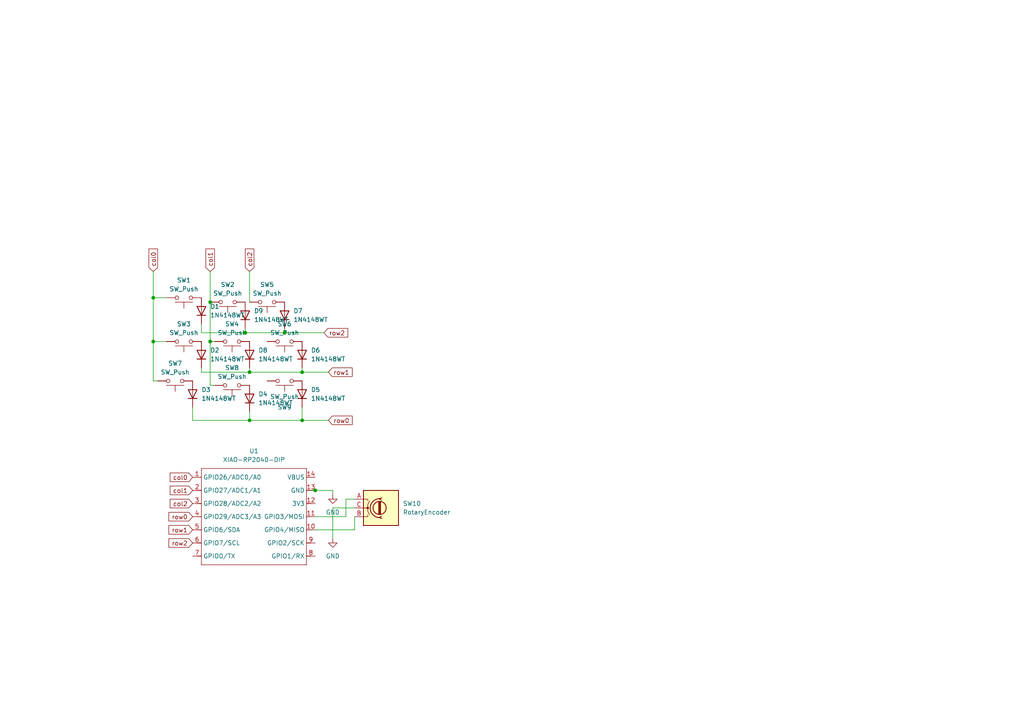
<source format=kicad_sch>
(kicad_sch
	(version 20250114)
	(generator "eeschema")
	(generator_version "9.0")
	(uuid "237f888d-1a6a-4647-80d9-e78d3844b6ce")
	(paper "A4")
	(lib_symbols
		(symbol "Device:RotaryEncoder"
			(pin_names
				(offset 0.254)
				(hide yes)
			)
			(exclude_from_sim no)
			(in_bom yes)
			(on_board yes)
			(property "Reference" "SW"
				(at 0 6.604 0)
				(effects
					(font
						(size 1.27 1.27)
					)
				)
			)
			(property "Value" "RotaryEncoder"
				(at 0 -6.604 0)
				(effects
					(font
						(size 1.27 1.27)
					)
				)
			)
			(property "Footprint" ""
				(at -3.81 4.064 0)
				(effects
					(font
						(size 1.27 1.27)
					)
					(hide yes)
				)
			)
			(property "Datasheet" "~"
				(at 0 6.604 0)
				(effects
					(font
						(size 1.27 1.27)
					)
					(hide yes)
				)
			)
			(property "Description" "Rotary encoder, dual channel, incremental quadrate outputs"
				(at 0 0 0)
				(effects
					(font
						(size 1.27 1.27)
					)
					(hide yes)
				)
			)
			(property "ki_keywords" "rotary switch encoder"
				(at 0 0 0)
				(effects
					(font
						(size 1.27 1.27)
					)
					(hide yes)
				)
			)
			(property "ki_fp_filters" "RotaryEncoder*"
				(at 0 0 0)
				(effects
					(font
						(size 1.27 1.27)
					)
					(hide yes)
				)
			)
			(symbol "RotaryEncoder_0_1"
				(rectangle
					(start -5.08 5.08)
					(end 5.08 -5.08)
					(stroke
						(width 0.254)
						(type default)
					)
					(fill
						(type background)
					)
				)
				(polyline
					(pts
						(xy -5.08 2.54) (xy -3.81 2.54) (xy -3.81 2.032)
					)
					(stroke
						(width 0)
						(type default)
					)
					(fill
						(type none)
					)
				)
				(polyline
					(pts
						(xy -5.08 0) (xy -3.81 0) (xy -3.81 -1.016) (xy -3.302 -2.032)
					)
					(stroke
						(width 0)
						(type default)
					)
					(fill
						(type none)
					)
				)
				(polyline
					(pts
						(xy -5.08 -2.54) (xy -3.81 -2.54) (xy -3.81 -2.032)
					)
					(stroke
						(width 0)
						(type default)
					)
					(fill
						(type none)
					)
				)
				(polyline
					(pts
						(xy -4.318 0) (xy -3.81 0) (xy -3.81 1.016) (xy -3.302 2.032)
					)
					(stroke
						(width 0)
						(type default)
					)
					(fill
						(type none)
					)
				)
				(circle
					(center -3.81 0)
					(radius 0.254)
					(stroke
						(width 0)
						(type default)
					)
					(fill
						(type outline)
					)
				)
				(polyline
					(pts
						(xy -0.635 -1.778) (xy -0.635 1.778)
					)
					(stroke
						(width 0.254)
						(type default)
					)
					(fill
						(type none)
					)
				)
				(circle
					(center -0.381 0)
					(radius 1.905)
					(stroke
						(width 0.254)
						(type default)
					)
					(fill
						(type none)
					)
				)
				(polyline
					(pts
						(xy -0.381 -1.778) (xy -0.381 1.778)
					)
					(stroke
						(width 0.254)
						(type default)
					)
					(fill
						(type none)
					)
				)
				(arc
					(start -0.381 -2.794)
					(mid -3.0988 -0.0635)
					(end -0.381 2.667)
					(stroke
						(width 0.254)
						(type default)
					)
					(fill
						(type none)
					)
				)
				(polyline
					(pts
						(xy -0.127 1.778) (xy -0.127 -1.778)
					)
					(stroke
						(width 0.254)
						(type default)
					)
					(fill
						(type none)
					)
				)
				(polyline
					(pts
						(xy 0.254 2.921) (xy -0.508 2.667) (xy 0.127 2.286)
					)
					(stroke
						(width 0.254)
						(type default)
					)
					(fill
						(type none)
					)
				)
				(polyline
					(pts
						(xy 0.254 -3.048) (xy -0.508 -2.794) (xy 0.127 -2.413)
					)
					(stroke
						(width 0.254)
						(type default)
					)
					(fill
						(type none)
					)
				)
			)
			(symbol "RotaryEncoder_1_1"
				(pin passive line
					(at -7.62 2.54 0)
					(length 2.54)
					(name "A"
						(effects
							(font
								(size 1.27 1.27)
							)
						)
					)
					(number "A"
						(effects
							(font
								(size 1.27 1.27)
							)
						)
					)
				)
				(pin passive line
					(at -7.62 0 0)
					(length 2.54)
					(name "C"
						(effects
							(font
								(size 1.27 1.27)
							)
						)
					)
					(number "C"
						(effects
							(font
								(size 1.27 1.27)
							)
						)
					)
				)
				(pin passive line
					(at -7.62 -2.54 0)
					(length 2.54)
					(name "B"
						(effects
							(font
								(size 1.27 1.27)
							)
						)
					)
					(number "B"
						(effects
							(font
								(size 1.27 1.27)
							)
						)
					)
				)
			)
			(embedded_fonts no)
		)
		(symbol "Diode:1N4148WT"
			(pin_numbers
				(hide yes)
			)
			(pin_names
				(hide yes)
			)
			(exclude_from_sim no)
			(in_bom yes)
			(on_board yes)
			(property "Reference" "D"
				(at 0 2.54 0)
				(effects
					(font
						(size 1.27 1.27)
					)
				)
			)
			(property "Value" "1N4148WT"
				(at 0 -2.54 0)
				(effects
					(font
						(size 1.27 1.27)
					)
				)
			)
			(property "Footprint" "Diode_SMD:D_SOD-523"
				(at 0 -4.445 0)
				(effects
					(font
						(size 1.27 1.27)
					)
					(hide yes)
				)
			)
			(property "Datasheet" "https://www.diodes.com/assets/Datasheets/ds30396.pdf"
				(at 0 0 0)
				(effects
					(font
						(size 1.27 1.27)
					)
					(hide yes)
				)
			)
			(property "Description" "75V 0.15A Fast switching Diode, SOD-523"
				(at 0 0 0)
				(effects
					(font
						(size 1.27 1.27)
					)
					(hide yes)
				)
			)
			(property "Sim.Device" "D"
				(at 0 0 0)
				(effects
					(font
						(size 1.27 1.27)
					)
					(hide yes)
				)
			)
			(property "Sim.Pins" "1=K 2=A"
				(at 0 0 0)
				(effects
					(font
						(size 1.27 1.27)
					)
					(hide yes)
				)
			)
			(property "ki_keywords" "diode"
				(at 0 0 0)
				(effects
					(font
						(size 1.27 1.27)
					)
					(hide yes)
				)
			)
			(property "ki_fp_filters" "D*SOD?523*"
				(at 0 0 0)
				(effects
					(font
						(size 1.27 1.27)
					)
					(hide yes)
				)
			)
			(symbol "1N4148WT_0_1"
				(polyline
					(pts
						(xy -1.27 1.27) (xy -1.27 -1.27)
					)
					(stroke
						(width 0.254)
						(type default)
					)
					(fill
						(type none)
					)
				)
				(polyline
					(pts
						(xy 1.27 1.27) (xy 1.27 -1.27) (xy -1.27 0) (xy 1.27 1.27)
					)
					(stroke
						(width 0.254)
						(type default)
					)
					(fill
						(type none)
					)
				)
				(polyline
					(pts
						(xy 1.27 0) (xy -1.27 0)
					)
					(stroke
						(width 0)
						(type default)
					)
					(fill
						(type none)
					)
				)
			)
			(symbol "1N4148WT_1_1"
				(pin passive line
					(at -3.81 0 0)
					(length 2.54)
					(name "K"
						(effects
							(font
								(size 1.27 1.27)
							)
						)
					)
					(number "1"
						(effects
							(font
								(size 1.27 1.27)
							)
						)
					)
				)
				(pin passive line
					(at 3.81 0 180)
					(length 2.54)
					(name "A"
						(effects
							(font
								(size 1.27 1.27)
							)
						)
					)
					(number "2"
						(effects
							(font
								(size 1.27 1.27)
							)
						)
					)
				)
			)
			(embedded_fonts no)
		)
		(symbol "Switch:SW_Push"
			(pin_numbers
				(hide yes)
			)
			(pin_names
				(offset 1.016)
				(hide yes)
			)
			(exclude_from_sim no)
			(in_bom yes)
			(on_board yes)
			(property "Reference" "SW"
				(at 1.27 2.54 0)
				(effects
					(font
						(size 1.27 1.27)
					)
					(justify left)
				)
			)
			(property "Value" "SW_Push"
				(at 0 -1.524 0)
				(effects
					(font
						(size 1.27 1.27)
					)
				)
			)
			(property "Footprint" ""
				(at 0 5.08 0)
				(effects
					(font
						(size 1.27 1.27)
					)
					(hide yes)
				)
			)
			(property "Datasheet" "~"
				(at 0 5.08 0)
				(effects
					(font
						(size 1.27 1.27)
					)
					(hide yes)
				)
			)
			(property "Description" "Push button switch, generic, two pins"
				(at 0 0 0)
				(effects
					(font
						(size 1.27 1.27)
					)
					(hide yes)
				)
			)
			(property "ki_keywords" "switch normally-open pushbutton push-button"
				(at 0 0 0)
				(effects
					(font
						(size 1.27 1.27)
					)
					(hide yes)
				)
			)
			(symbol "SW_Push_0_1"
				(circle
					(center -2.032 0)
					(radius 0.508)
					(stroke
						(width 0)
						(type default)
					)
					(fill
						(type none)
					)
				)
				(polyline
					(pts
						(xy 0 1.27) (xy 0 3.048)
					)
					(stroke
						(width 0)
						(type default)
					)
					(fill
						(type none)
					)
				)
				(circle
					(center 2.032 0)
					(radius 0.508)
					(stroke
						(width 0)
						(type default)
					)
					(fill
						(type none)
					)
				)
				(polyline
					(pts
						(xy 2.54 1.27) (xy -2.54 1.27)
					)
					(stroke
						(width 0)
						(type default)
					)
					(fill
						(type none)
					)
				)
				(pin passive line
					(at -5.08 0 0)
					(length 2.54)
					(name "1"
						(effects
							(font
								(size 1.27 1.27)
							)
						)
					)
					(number "1"
						(effects
							(font
								(size 1.27 1.27)
							)
						)
					)
				)
				(pin passive line
					(at 5.08 0 180)
					(length 2.54)
					(name "2"
						(effects
							(font
								(size 1.27 1.27)
							)
						)
					)
					(number "2"
						(effects
							(font
								(size 1.27 1.27)
							)
						)
					)
				)
			)
			(embedded_fonts no)
		)
		(symbol "Xiao RP2040:XIAO-RP2040-DIP"
			(exclude_from_sim no)
			(in_bom yes)
			(on_board yes)
			(property "Reference" "U"
				(at 0 0 0)
				(effects
					(font
						(size 1.27 1.27)
					)
				)
			)
			(property "Value" "XIAO-RP2040-DIP"
				(at 5.334 -1.778 0)
				(effects
					(font
						(size 1.27 1.27)
					)
				)
			)
			(property "Footprint" "Module:MOUDLE14P-XIAO-DIP-SMD"
				(at 14.478 -32.258 0)
				(effects
					(font
						(size 1.27 1.27)
					)
					(hide yes)
				)
			)
			(property "Datasheet" ""
				(at 0 0 0)
				(effects
					(font
						(size 1.27 1.27)
					)
					(hide yes)
				)
			)
			(property "Description" ""
				(at 0 0 0)
				(effects
					(font
						(size 1.27 1.27)
					)
					(hide yes)
				)
			)
			(symbol "XIAO-RP2040-DIP_1_0"
				(polyline
					(pts
						(xy -1.27 -2.54) (xy 29.21 -2.54)
					)
					(stroke
						(width 0.1524)
						(type solid)
					)
					(fill
						(type none)
					)
				)
				(polyline
					(pts
						(xy -1.27 -5.08) (xy -2.54 -5.08)
					)
					(stroke
						(width 0.1524)
						(type solid)
					)
					(fill
						(type none)
					)
				)
				(polyline
					(pts
						(xy -1.27 -5.08) (xy -1.27 -2.54)
					)
					(stroke
						(width 0.1524)
						(type solid)
					)
					(fill
						(type none)
					)
				)
				(polyline
					(pts
						(xy -1.27 -8.89) (xy -2.54 -8.89)
					)
					(stroke
						(width 0.1524)
						(type solid)
					)
					(fill
						(type none)
					)
				)
				(polyline
					(pts
						(xy -1.27 -8.89) (xy -1.27 -5.08)
					)
					(stroke
						(width 0.1524)
						(type solid)
					)
					(fill
						(type none)
					)
				)
				(polyline
					(pts
						(xy -1.27 -12.7) (xy -2.54 -12.7)
					)
					(stroke
						(width 0.1524)
						(type solid)
					)
					(fill
						(type none)
					)
				)
				(polyline
					(pts
						(xy -1.27 -12.7) (xy -1.27 -8.89)
					)
					(stroke
						(width 0.1524)
						(type solid)
					)
					(fill
						(type none)
					)
				)
				(polyline
					(pts
						(xy -1.27 -16.51) (xy -2.54 -16.51)
					)
					(stroke
						(width 0.1524)
						(type solid)
					)
					(fill
						(type none)
					)
				)
				(polyline
					(pts
						(xy -1.27 -16.51) (xy -1.27 -12.7)
					)
					(stroke
						(width 0.1524)
						(type solid)
					)
					(fill
						(type none)
					)
				)
				(polyline
					(pts
						(xy -1.27 -20.32) (xy -2.54 -20.32)
					)
					(stroke
						(width 0.1524)
						(type solid)
					)
					(fill
						(type none)
					)
				)
				(polyline
					(pts
						(xy -1.27 -24.13) (xy -2.54 -24.13)
					)
					(stroke
						(width 0.1524)
						(type solid)
					)
					(fill
						(type none)
					)
				)
				(polyline
					(pts
						(xy -1.27 -27.94) (xy -2.54 -27.94)
					)
					(stroke
						(width 0.1524)
						(type solid)
					)
					(fill
						(type none)
					)
				)
				(polyline
					(pts
						(xy -1.27 -30.48) (xy -1.27 -16.51)
					)
					(stroke
						(width 0.1524)
						(type solid)
					)
					(fill
						(type none)
					)
				)
				(polyline
					(pts
						(xy 29.21 -2.54) (xy 29.21 -5.08)
					)
					(stroke
						(width 0.1524)
						(type solid)
					)
					(fill
						(type none)
					)
				)
				(polyline
					(pts
						(xy 29.21 -5.08) (xy 29.21 -8.89)
					)
					(stroke
						(width 0.1524)
						(type solid)
					)
					(fill
						(type none)
					)
				)
				(polyline
					(pts
						(xy 29.21 -8.89) (xy 29.21 -12.7)
					)
					(stroke
						(width 0.1524)
						(type solid)
					)
					(fill
						(type none)
					)
				)
				(polyline
					(pts
						(xy 29.21 -12.7) (xy 29.21 -30.48)
					)
					(stroke
						(width 0.1524)
						(type solid)
					)
					(fill
						(type none)
					)
				)
				(polyline
					(pts
						(xy 29.21 -30.48) (xy -1.27 -30.48)
					)
					(stroke
						(width 0.1524)
						(type solid)
					)
					(fill
						(type none)
					)
				)
				(polyline
					(pts
						(xy 30.48 -5.08) (xy 29.21 -5.08)
					)
					(stroke
						(width 0.1524)
						(type solid)
					)
					(fill
						(type none)
					)
				)
				(polyline
					(pts
						(xy 30.48 -8.89) (xy 29.21 -8.89)
					)
					(stroke
						(width 0.1524)
						(type solid)
					)
					(fill
						(type none)
					)
				)
				(polyline
					(pts
						(xy 30.48 -12.7) (xy 29.21 -12.7)
					)
					(stroke
						(width 0.1524)
						(type solid)
					)
					(fill
						(type none)
					)
				)
				(polyline
					(pts
						(xy 30.48 -16.51) (xy 29.21 -16.51)
					)
					(stroke
						(width 0.1524)
						(type solid)
					)
					(fill
						(type none)
					)
				)
				(polyline
					(pts
						(xy 30.48 -20.32) (xy 29.21 -20.32)
					)
					(stroke
						(width 0.1524)
						(type solid)
					)
					(fill
						(type none)
					)
				)
				(polyline
					(pts
						(xy 30.48 -24.13) (xy 29.21 -24.13)
					)
					(stroke
						(width 0.1524)
						(type solid)
					)
					(fill
						(type none)
					)
				)
				(polyline
					(pts
						(xy 30.48 -27.94) (xy 29.21 -27.94)
					)
					(stroke
						(width 0.1524)
						(type solid)
					)
					(fill
						(type none)
					)
				)
				(pin passive line
					(at -3.81 -5.08 0)
					(length 2.54)
					(name "GPIO26/ADC0/A0"
						(effects
							(font
								(size 1.27 1.27)
							)
						)
					)
					(number "1"
						(effects
							(font
								(size 1.27 1.27)
							)
						)
					)
				)
				(pin passive line
					(at -3.81 -8.89 0)
					(length 2.54)
					(name "GPIO27/ADC1/A1"
						(effects
							(font
								(size 1.27 1.27)
							)
						)
					)
					(number "2"
						(effects
							(font
								(size 1.27 1.27)
							)
						)
					)
				)
				(pin passive line
					(at -3.81 -12.7 0)
					(length 2.54)
					(name "GPIO28/ADC2/A2"
						(effects
							(font
								(size 1.27 1.27)
							)
						)
					)
					(number "3"
						(effects
							(font
								(size 1.27 1.27)
							)
						)
					)
				)
				(pin passive line
					(at -3.81 -16.51 0)
					(length 2.54)
					(name "GPIO29/ADC3/A3"
						(effects
							(font
								(size 1.27 1.27)
							)
						)
					)
					(number "4"
						(effects
							(font
								(size 1.27 1.27)
							)
						)
					)
				)
				(pin passive line
					(at -3.81 -20.32 0)
					(length 2.54)
					(name "GPIO6/SDA"
						(effects
							(font
								(size 1.27 1.27)
							)
						)
					)
					(number "5"
						(effects
							(font
								(size 1.27 1.27)
							)
						)
					)
				)
				(pin passive line
					(at -3.81 -24.13 0)
					(length 2.54)
					(name "GPIO7/SCL"
						(effects
							(font
								(size 1.27 1.27)
							)
						)
					)
					(number "6"
						(effects
							(font
								(size 1.27 1.27)
							)
						)
					)
				)
				(pin passive line
					(at -3.81 -27.94 0)
					(length 2.54)
					(name "GPIO0/TX"
						(effects
							(font
								(size 1.27 1.27)
							)
						)
					)
					(number "7"
						(effects
							(font
								(size 1.27 1.27)
							)
						)
					)
				)
				(pin passive line
					(at 31.75 -5.08 180)
					(length 2.54)
					(name "VBUS"
						(effects
							(font
								(size 1.27 1.27)
							)
						)
					)
					(number "14"
						(effects
							(font
								(size 1.27 1.27)
							)
						)
					)
				)
				(pin passive line
					(at 31.75 -8.89 180)
					(length 2.54)
					(name "GND"
						(effects
							(font
								(size 1.27 1.27)
							)
						)
					)
					(number "13"
						(effects
							(font
								(size 1.27 1.27)
							)
						)
					)
				)
				(pin passive line
					(at 31.75 -12.7 180)
					(length 2.54)
					(name "3V3"
						(effects
							(font
								(size 1.27 1.27)
							)
						)
					)
					(number "12"
						(effects
							(font
								(size 1.27 1.27)
							)
						)
					)
				)
				(pin passive line
					(at 31.75 -16.51 180)
					(length 2.54)
					(name "GPIO3/MOSI"
						(effects
							(font
								(size 1.27 1.27)
							)
						)
					)
					(number "11"
						(effects
							(font
								(size 1.27 1.27)
							)
						)
					)
				)
				(pin passive line
					(at 31.75 -20.32 180)
					(length 2.54)
					(name "GPIO4/MISO"
						(effects
							(font
								(size 1.27 1.27)
							)
						)
					)
					(number "10"
						(effects
							(font
								(size 1.27 1.27)
							)
						)
					)
				)
				(pin passive line
					(at 31.75 -24.13 180)
					(length 2.54)
					(name "GPIO2/SCK"
						(effects
							(font
								(size 1.27 1.27)
							)
						)
					)
					(number "9"
						(effects
							(font
								(size 1.27 1.27)
							)
						)
					)
				)
				(pin passive line
					(at 31.75 -27.94 180)
					(length 2.54)
					(name "GPIO1/RX"
						(effects
							(font
								(size 1.27 1.27)
							)
						)
					)
					(number "8"
						(effects
							(font
								(size 1.27 1.27)
							)
						)
					)
				)
			)
			(embedded_fonts no)
		)
		(symbol "power:GND"
			(power)
			(pin_numbers
				(hide yes)
			)
			(pin_names
				(offset 0)
				(hide yes)
			)
			(exclude_from_sim no)
			(in_bom yes)
			(on_board yes)
			(property "Reference" "#PWR"
				(at 0 -6.35 0)
				(effects
					(font
						(size 1.27 1.27)
					)
					(hide yes)
				)
			)
			(property "Value" "GND"
				(at 0 -3.81 0)
				(effects
					(font
						(size 1.27 1.27)
					)
				)
			)
			(property "Footprint" ""
				(at 0 0 0)
				(effects
					(font
						(size 1.27 1.27)
					)
					(hide yes)
				)
			)
			(property "Datasheet" ""
				(at 0 0 0)
				(effects
					(font
						(size 1.27 1.27)
					)
					(hide yes)
				)
			)
			(property "Description" "Power symbol creates a global label with name \"GND\" , ground"
				(at 0 0 0)
				(effects
					(font
						(size 1.27 1.27)
					)
					(hide yes)
				)
			)
			(property "ki_keywords" "global power"
				(at 0 0 0)
				(effects
					(font
						(size 1.27 1.27)
					)
					(hide yes)
				)
			)
			(symbol "GND_0_1"
				(polyline
					(pts
						(xy 0 0) (xy 0 -1.27) (xy 1.27 -1.27) (xy 0 -2.54) (xy -1.27 -1.27) (xy 0 -1.27)
					)
					(stroke
						(width 0)
						(type default)
					)
					(fill
						(type none)
					)
				)
			)
			(symbol "GND_1_1"
				(pin power_in line
					(at 0 0 270)
					(length 0)
					(name "~"
						(effects
							(font
								(size 1.27 1.27)
							)
						)
					)
					(number "1"
						(effects
							(font
								(size 1.27 1.27)
							)
						)
					)
				)
			)
			(embedded_fonts no)
		)
	)
	(junction
		(at 72.39 121.92)
		(diameter 0)
		(color 0 0 0 0)
		(uuid "1acf28ef-fb43-4643-b8a0-4537f299b827")
	)
	(junction
		(at 91.44 142.24)
		(diameter 0)
		(color 0 0 0 0)
		(uuid "3027f47e-2b21-4def-a648-fc1bcfe95c37")
	)
	(junction
		(at 60.96 87.63)
		(diameter 0)
		(color 0 0 0 0)
		(uuid "3f8ca720-de38-47a2-8c3d-a289d7c4dca4")
	)
	(junction
		(at 82.55 96.52)
		(diameter 0)
		(color 0 0 0 0)
		(uuid "46879fc1-ebd4-44f8-8c16-8f3eca7b7f7c")
	)
	(junction
		(at 44.45 86.36)
		(diameter 0)
		(color 0 0 0 0)
		(uuid "6404ba4c-2939-4bb1-98c4-d7493ffc809a")
	)
	(junction
		(at 60.96 99.06)
		(diameter 0)
		(color 0 0 0 0)
		(uuid "7a5c882a-8f2e-44cb-9f30-308f2658fa0f")
	)
	(junction
		(at 44.45 99.06)
		(diameter 0)
		(color 0 0 0 0)
		(uuid "8fa1eac0-393b-486a-a214-f1bafbba11cc")
	)
	(junction
		(at 87.63 121.92)
		(diameter 0)
		(color 0 0 0 0)
		(uuid "ac61365b-1ba8-4c7a-bf6e-3fb986f4bf92")
	)
	(junction
		(at 72.39 107.95)
		(diameter 0)
		(color 0 0 0 0)
		(uuid "ad44c1f6-4703-4657-9078-7f6c5d932959")
	)
	(junction
		(at 71.12 96.52)
		(diameter 0)
		(color 0 0 0 0)
		(uuid "c41e9a6b-a323-4b1a-a087-6c96f50d74de")
	)
	(junction
		(at 87.63 107.95)
		(diameter 0)
		(color 0 0 0 0)
		(uuid "c4fa4c83-0c9e-41ed-8102-e2664c25ef5c")
	)
	(wire
		(pts
			(xy 60.96 99.06) (xy 62.23 99.06)
		)
		(stroke
			(width 0)
			(type default)
		)
		(uuid "0b94c629-68dd-4b3c-81bc-5e1d48b02d75")
	)
	(wire
		(pts
			(xy 72.39 119.38) (xy 72.39 121.92)
		)
		(stroke
			(width 0)
			(type default)
		)
		(uuid "0bd2bbc9-5b34-45d3-93ad-d583912e11e0")
	)
	(wire
		(pts
			(xy 82.55 95.25) (xy 82.55 96.52)
		)
		(stroke
			(width 0)
			(type default)
		)
		(uuid "0f0698a2-38f9-48cd-b53c-8bc6e8cbefdd")
	)
	(wire
		(pts
			(xy 90.17 142.24) (xy 91.44 142.24)
		)
		(stroke
			(width 0)
			(type default)
		)
		(uuid "12a060cf-1e6e-4d0a-aa3a-d51ceb04f4ad")
	)
	(wire
		(pts
			(xy 44.45 110.49) (xy 44.45 99.06)
		)
		(stroke
			(width 0)
			(type default)
		)
		(uuid "1ce62645-fba3-4e03-832f-9db947d09de2")
	)
	(wire
		(pts
			(xy 102.87 153.67) (xy 102.87 149.86)
		)
		(stroke
			(width 0)
			(type default)
		)
		(uuid "297e4e1b-4a0c-4d49-a6ee-84cee62a3f30")
	)
	(wire
		(pts
			(xy 44.45 86.36) (xy 48.26 86.36)
		)
		(stroke
			(width 0)
			(type default)
		)
		(uuid "2b15e6a1-7cd9-4763-80ef-c8be91aa866f")
	)
	(wire
		(pts
			(xy 100.33 144.78) (xy 102.87 144.78)
		)
		(stroke
			(width 0)
			(type default)
		)
		(uuid "2c45b3f3-866c-4413-8f45-18f096cdf746")
	)
	(wire
		(pts
			(xy 60.96 78.74) (xy 60.96 87.63)
		)
		(stroke
			(width 0)
			(type default)
		)
		(uuid "2d195a10-a07c-4d85-aad6-87feff1f1713")
	)
	(wire
		(pts
			(xy 58.42 96.52) (xy 71.12 96.52)
		)
		(stroke
			(width 0)
			(type default)
		)
		(uuid "3470bb84-6b64-4c75-8aa5-2b5349752d6b")
	)
	(wire
		(pts
			(xy 55.88 118.11) (xy 55.88 121.92)
		)
		(stroke
			(width 0)
			(type default)
		)
		(uuid "362cf44e-d403-4d43-be5c-9b514cc2c87c")
	)
	(wire
		(pts
			(xy 91.44 142.24) (xy 96.52 142.24)
		)
		(stroke
			(width 0)
			(type default)
		)
		(uuid "36626e94-e3bc-459f-b86d-9c7a214c6d9a")
	)
	(wire
		(pts
			(xy 96.52 147.32) (xy 96.52 156.21)
		)
		(stroke
			(width 0)
			(type default)
		)
		(uuid "39708097-b7c4-4894-bc08-bcba7f560534")
	)
	(wire
		(pts
			(xy 91.44 149.86) (xy 100.33 149.86)
		)
		(stroke
			(width 0)
			(type default)
		)
		(uuid "39eae2cd-e170-4cf3-b26a-800e62278bd3")
	)
	(wire
		(pts
			(xy 102.87 147.32) (xy 96.52 147.32)
		)
		(stroke
			(width 0)
			(type default)
		)
		(uuid "3a918491-3379-47d8-b8f3-bbc2cb8220cb")
	)
	(wire
		(pts
			(xy 44.45 99.06) (xy 48.26 99.06)
		)
		(stroke
			(width 0)
			(type default)
		)
		(uuid "3cfd0c35-660b-42e9-ae3e-12e3fd1c9cf2")
	)
	(wire
		(pts
			(xy 60.96 111.76) (xy 62.23 111.76)
		)
		(stroke
			(width 0)
			(type default)
		)
		(uuid "498c0ba6-541c-4635-beab-aa5187140d00")
	)
	(wire
		(pts
			(xy 72.39 107.95) (xy 87.63 107.95)
		)
		(stroke
			(width 0)
			(type default)
		)
		(uuid "6f00a5d4-7553-41c2-89e3-b9415be4187e")
	)
	(wire
		(pts
			(xy 72.39 121.92) (xy 87.63 121.92)
		)
		(stroke
			(width 0)
			(type default)
		)
		(uuid "71d973e3-3c0d-4ef0-9f44-04ba727705ef")
	)
	(wire
		(pts
			(xy 55.88 121.92) (xy 72.39 121.92)
		)
		(stroke
			(width 0)
			(type default)
		)
		(uuid "78c8764d-6145-44c6-830c-0e0053693919")
	)
	(wire
		(pts
			(xy 87.63 121.92) (xy 95.25 121.92)
		)
		(stroke
			(width 0)
			(type default)
		)
		(uuid "7cfb4d23-8411-4671-8485-7492c08ed3d5")
	)
	(wire
		(pts
			(xy 58.42 107.95) (xy 72.39 107.95)
		)
		(stroke
			(width 0)
			(type default)
		)
		(uuid "7dcaff48-4119-4b4d-b14f-dd8caaf2c57a")
	)
	(wire
		(pts
			(xy 72.39 78.74) (xy 72.39 87.63)
		)
		(stroke
			(width 0)
			(type default)
		)
		(uuid "82d3d484-54f9-4aaa-928a-30e4dac13e5f")
	)
	(wire
		(pts
			(xy 71.12 96.52) (xy 82.55 96.52)
		)
		(stroke
			(width 0)
			(type default)
		)
		(uuid "82dbca7d-483d-4980-99cf-484bad82089b")
	)
	(wire
		(pts
			(xy 71.12 96.52) (xy 71.12 95.25)
		)
		(stroke
			(width 0)
			(type default)
		)
		(uuid "868d172d-0a00-4e94-b5fe-12b7785303c7")
	)
	(wire
		(pts
			(xy 60.96 87.63) (xy 60.96 99.06)
		)
		(stroke
			(width 0)
			(type default)
		)
		(uuid "881b33e0-22c6-45d5-be65-8cc9bcf46a9a")
	)
	(wire
		(pts
			(xy 72.39 107.95) (xy 72.39 106.68)
		)
		(stroke
			(width 0)
			(type default)
		)
		(uuid "a4ebcd57-c36d-42aa-8bb4-b2385f646816")
	)
	(wire
		(pts
			(xy 58.42 93.98) (xy 58.42 96.52)
		)
		(stroke
			(width 0)
			(type default)
		)
		(uuid "a514eb3d-5754-4051-9cac-536fcd78fc35")
	)
	(wire
		(pts
			(xy 45.72 110.49) (xy 44.45 110.49)
		)
		(stroke
			(width 0)
			(type default)
		)
		(uuid "ae5643df-2d40-4d89-a46b-ed810522ad34")
	)
	(wire
		(pts
			(xy 87.63 106.68) (xy 87.63 107.95)
		)
		(stroke
			(width 0)
			(type default)
		)
		(uuid "bcb11eb6-c52b-4e8e-928c-42b6724c59e7")
	)
	(wire
		(pts
			(xy 100.33 149.86) (xy 100.33 144.78)
		)
		(stroke
			(width 0)
			(type default)
		)
		(uuid "cf324efb-857d-49bf-8aac-22b4f00cba74")
	)
	(wire
		(pts
			(xy 96.52 142.24) (xy 96.52 143.51)
		)
		(stroke
			(width 0)
			(type default)
		)
		(uuid "d26a01f7-c4c4-4f11-8ce9-d0b71845939a")
	)
	(wire
		(pts
			(xy 87.63 107.95) (xy 95.25 107.95)
		)
		(stroke
			(width 0)
			(type default)
		)
		(uuid "d7f81ed9-78f3-4373-a786-810e2fa4eeb6")
	)
	(wire
		(pts
			(xy 87.63 118.11) (xy 87.63 121.92)
		)
		(stroke
			(width 0)
			(type default)
		)
		(uuid "df0e677c-28a7-440f-8a57-c0935bde31e0")
	)
	(wire
		(pts
			(xy 58.42 106.68) (xy 58.42 107.95)
		)
		(stroke
			(width 0)
			(type default)
		)
		(uuid "e1602927-b815-457d-a59d-8e766b80df64")
	)
	(wire
		(pts
			(xy 60.96 99.06) (xy 60.96 111.76)
		)
		(stroke
			(width 0)
			(type default)
		)
		(uuid "e405ec15-f365-4be3-96fb-d7f7fe487985")
	)
	(wire
		(pts
			(xy 82.55 96.52) (xy 93.98 96.52)
		)
		(stroke
			(width 0)
			(type default)
		)
		(uuid "e53336f0-87d4-4183-b65c-a0602dc7f5bf")
	)
	(wire
		(pts
			(xy 44.45 99.06) (xy 44.45 86.36)
		)
		(stroke
			(width 0)
			(type default)
		)
		(uuid "f0602dbd-3d05-47c4-a3ef-3fddc8f8e497")
	)
	(wire
		(pts
			(xy 44.45 78.74) (xy 44.45 86.36)
		)
		(stroke
			(width 0)
			(type default)
		)
		(uuid "f5d79eb5-0452-43d9-b36b-3c28998b21b7")
	)
	(wire
		(pts
			(xy 91.44 153.67) (xy 102.87 153.67)
		)
		(stroke
			(width 0)
			(type default)
		)
		(uuid "fb2e74f5-a40d-4a76-962b-a726cf64d21a")
	)
	(global_label "row0"
		(shape input)
		(at 55.88 149.86 180)
		(fields_autoplaced yes)
		(effects
			(font
				(size 1.27 1.27)
			)
			(justify right)
		)
		(uuid "22b7dfac-e399-479d-a771-34cf20e667a5")
		(property "Intersheetrefs" "${INTERSHEET_REFS}"
			(at 48.4196 149.86 0)
			(effects
				(font
					(size 1.27 1.27)
				)
				(justify right)
				(hide yes)
			)
		)
	)
	(global_label "row2"
		(shape input)
		(at 93.98 96.52 0)
		(fields_autoplaced yes)
		(effects
			(font
				(size 1.27 1.27)
			)
			(justify left)
		)
		(uuid "26b64120-f357-4aa7-b34f-3f1ed142e311")
		(property "Intersheetrefs" "${INTERSHEET_REFS}"
			(at 101.4404 96.52 0)
			(effects
				(font
					(size 1.27 1.27)
				)
				(justify left)
				(hide yes)
			)
		)
	)
	(global_label "col0"
		(shape input)
		(at 55.88 138.43 180)
		(fields_autoplaced yes)
		(effects
			(font
				(size 1.27 1.27)
			)
			(justify right)
		)
		(uuid "552e7f9d-dd66-48cc-b690-b34c90ca2e33")
		(property "Intersheetrefs" "${INTERSHEET_REFS}"
			(at 48.7825 138.43 0)
			(effects
				(font
					(size 1.27 1.27)
				)
				(justify right)
				(hide yes)
			)
		)
	)
	(global_label "col1"
		(shape input)
		(at 55.88 142.24 180)
		(fields_autoplaced yes)
		(effects
			(font
				(size 1.27 1.27)
			)
			(justify right)
		)
		(uuid "6340dbdc-8096-4011-9984-ca417c22ad36")
		(property "Intersheetrefs" "${INTERSHEET_REFS}"
			(at 48.7825 142.24 0)
			(effects
				(font
					(size 1.27 1.27)
				)
				(justify right)
				(hide yes)
			)
		)
	)
	(global_label "row1"
		(shape input)
		(at 95.25 107.95 0)
		(fields_autoplaced yes)
		(effects
			(font
				(size 1.27 1.27)
			)
			(justify left)
		)
		(uuid "6703e76b-e8af-4736-952b-44e5b27a3505")
		(property "Intersheetrefs" "${INTERSHEET_REFS}"
			(at 102.7104 107.95 0)
			(effects
				(font
					(size 1.27 1.27)
				)
				(justify left)
				(hide yes)
			)
		)
	)
	(global_label "row2"
		(shape input)
		(at 55.88 157.48 180)
		(fields_autoplaced yes)
		(effects
			(font
				(size 1.27 1.27)
			)
			(justify right)
		)
		(uuid "8a1792bd-abb0-4bb4-b0e9-e99af453f6d7")
		(property "Intersheetrefs" "${INTERSHEET_REFS}"
			(at 48.4196 157.48 0)
			(effects
				(font
					(size 1.27 1.27)
				)
				(justify right)
				(hide yes)
			)
		)
	)
	(global_label "row1"
		(shape input)
		(at 55.88 153.67 180)
		(fields_autoplaced yes)
		(effects
			(font
				(size 1.27 1.27)
			)
			(justify right)
		)
		(uuid "8d8e7bb0-7001-44cf-b078-6fd645b551b8")
		(property "Intersheetrefs" "${INTERSHEET_REFS}"
			(at 48.4196 153.67 0)
			(effects
				(font
					(size 1.27 1.27)
				)
				(justify right)
				(hide yes)
			)
		)
	)
	(global_label "col1"
		(shape input)
		(at 60.96 78.74 90)
		(fields_autoplaced yes)
		(effects
			(font
				(size 1.27 1.27)
			)
			(justify left)
		)
		(uuid "93ab0199-0720-4233-93f8-75e4ff785517")
		(property "Intersheetrefs" "${INTERSHEET_REFS}"
			(at 60.96 71.6425 90)
			(effects
				(font
					(size 1.27 1.27)
				)
				(justify left)
				(hide yes)
			)
		)
	)
	(global_label "col2"
		(shape input)
		(at 55.88 146.05 180)
		(fields_autoplaced yes)
		(effects
			(font
				(size 1.27 1.27)
			)
			(justify right)
		)
		(uuid "a608a9d9-7391-465a-8478-aff7519b97c7")
		(property "Intersheetrefs" "${INTERSHEET_REFS}"
			(at 48.7825 146.05 0)
			(effects
				(font
					(size 1.27 1.27)
				)
				(justify right)
				(hide yes)
			)
		)
	)
	(global_label "col0"
		(shape input)
		(at 44.45 78.74 90)
		(fields_autoplaced yes)
		(effects
			(font
				(size 1.27 1.27)
			)
			(justify left)
		)
		(uuid "c0a72cc8-8acf-4d10-9da7-ee9c92821819")
		(property "Intersheetrefs" "${INTERSHEET_REFS}"
			(at 44.45 71.6425 90)
			(effects
				(font
					(size 1.27 1.27)
				)
				(justify left)
				(hide yes)
			)
		)
	)
	(global_label "col2"
		(shape input)
		(at 72.39 78.74 90)
		(fields_autoplaced yes)
		(effects
			(font
				(size 1.27 1.27)
			)
			(justify left)
		)
		(uuid "c41a91a7-cf1d-435e-bdcf-7913cb35fa16")
		(property "Intersheetrefs" "${INTERSHEET_REFS}"
			(at 72.39 71.6425 90)
			(effects
				(font
					(size 1.27 1.27)
				)
				(justify left)
				(hide yes)
			)
		)
	)
	(global_label "row0"
		(shape input)
		(at 95.25 121.92 0)
		(fields_autoplaced yes)
		(effects
			(font
				(size 1.27 1.27)
			)
			(justify left)
		)
		(uuid "e27024d6-0e60-40ba-aca5-655ce91093e7")
		(property "Intersheetrefs" "${INTERSHEET_REFS}"
			(at 102.7104 121.92 0)
			(effects
				(font
					(size 1.27 1.27)
				)
				(justify left)
				(hide yes)
			)
		)
	)
	(symbol
		(lib_id "Diode:1N4148WT")
		(at 72.39 102.87 90)
		(unit 1)
		(exclude_from_sim no)
		(in_bom yes)
		(on_board yes)
		(dnp no)
		(fields_autoplaced yes)
		(uuid "02bb6c84-1857-4b3e-aa6c-e62d69392101")
		(property "Reference" "D8"
			(at 74.93 101.5999 90)
			(effects
				(font
					(size 1.27 1.27)
				)
				(justify right)
			)
		)
		(property "Value" "1N4148WT"
			(at 74.93 104.1399 90)
			(effects
				(font
					(size 1.27 1.27)
				)
				(justify right)
			)
		)
		(property "Footprint" "Diode_THT:D_DO-35_SOD27_P2.54mm_Vertical_AnodeUp"
			(at 76.835 102.87 0)
			(effects
				(font
					(size 1.27 1.27)
				)
				(hide yes)
			)
		)
		(property "Datasheet" "https://www.diodes.com/assets/Datasheets/ds30396.pdf"
			(at 72.39 102.87 0)
			(effects
				(font
					(size 1.27 1.27)
				)
				(hide yes)
			)
		)
		(property "Description" "75V 0.15A Fast switching Diode, SOD-523"
			(at 72.39 102.87 0)
			(effects
				(font
					(size 1.27 1.27)
				)
				(hide yes)
			)
		)
		(property "Sim.Device" "D"
			(at 72.39 102.87 0)
			(effects
				(font
					(size 1.27 1.27)
				)
				(hide yes)
			)
		)
		(property "Sim.Pins" "1=K 2=A"
			(at 72.39 102.87 0)
			(effects
				(font
					(size 1.27 1.27)
				)
				(hide yes)
			)
		)
		(pin "1"
			(uuid "4bd6cf1a-ce76-4bba-b50a-63c9a64ae4e3")
		)
		(pin "2"
			(uuid "d7cd32dc-2d20-45c2-88ca-0059ea957513")
		)
		(instances
			(project "hackpad"
				(path "/237f888d-1a6a-4647-80d9-e78d3844b6ce"
					(reference "D8")
					(unit 1)
				)
			)
		)
	)
	(symbol
		(lib_id "Switch:SW_Push")
		(at 53.34 99.06 180)
		(unit 1)
		(exclude_from_sim no)
		(in_bom yes)
		(on_board yes)
		(dnp no)
		(fields_autoplaced yes)
		(uuid "0fae0a76-00ac-4e6c-b061-06c1b5b9b1df")
		(property "Reference" "SW3"
			(at 53.34 93.98 0)
			(effects
				(font
					(size 1.27 1.27)
				)
			)
		)
		(property "Value" "SW_Push"
			(at 53.34 96.52 0)
			(effects
				(font
					(size 1.27 1.27)
				)
			)
		)
		(property "Footprint" "Button_Switch_Keyboard:SW_Cherry_MX_1.00u_PCB"
			(at 53.34 104.14 0)
			(effects
				(font
					(size 1.27 1.27)
				)
				(hide yes)
			)
		)
		(property "Datasheet" "~"
			(at 53.34 104.14 0)
			(effects
				(font
					(size 1.27 1.27)
				)
				(hide yes)
			)
		)
		(property "Description" "Push button switch, generic, two pins"
			(at 53.34 99.06 0)
			(effects
				(font
					(size 1.27 1.27)
				)
				(hide yes)
			)
		)
		(pin "1"
			(uuid "b841537e-20b1-4d9e-a4fc-86481a3e8611")
		)
		(pin "2"
			(uuid "88180344-a975-4acd-bc57-ee0f3d62d478")
		)
		(instances
			(project ""
				(path "/237f888d-1a6a-4647-80d9-e78d3844b6ce"
					(reference "SW3")
					(unit 1)
				)
			)
		)
	)
	(symbol
		(lib_id "Diode:1N4148WT")
		(at 82.55 91.44 90)
		(unit 1)
		(exclude_from_sim no)
		(in_bom yes)
		(on_board yes)
		(dnp no)
		(fields_autoplaced yes)
		(uuid "160a7231-72f8-46f4-b996-119d0a6dd351")
		(property "Reference" "D7"
			(at 85.09 90.1699 90)
			(effects
				(font
					(size 1.27 1.27)
				)
				(justify right)
			)
		)
		(property "Value" "1N4148WT"
			(at 85.09 92.7099 90)
			(effects
				(font
					(size 1.27 1.27)
				)
				(justify right)
			)
		)
		(property "Footprint" "Diode_THT:D_DO-35_SOD27_P2.54mm_Vertical_AnodeUp"
			(at 86.995 91.44 0)
			(effects
				(font
					(size 1.27 1.27)
				)
				(hide yes)
			)
		)
		(property "Datasheet" "https://www.diodes.com/assets/Datasheets/ds30396.pdf"
			(at 82.55 91.44 0)
			(effects
				(font
					(size 1.27 1.27)
				)
				(hide yes)
			)
		)
		(property "Description" "75V 0.15A Fast switching Diode, SOD-523"
			(at 82.55 91.44 0)
			(effects
				(font
					(size 1.27 1.27)
				)
				(hide yes)
			)
		)
		(property "Sim.Device" "D"
			(at 82.55 91.44 0)
			(effects
				(font
					(size 1.27 1.27)
				)
				(hide yes)
			)
		)
		(property "Sim.Pins" "1=K 2=A"
			(at 82.55 91.44 0)
			(effects
				(font
					(size 1.27 1.27)
				)
				(hide yes)
			)
		)
		(pin "1"
			(uuid "98a7777c-95c1-4dcb-9962-15edad970382")
		)
		(pin "2"
			(uuid "cad23ba8-1973-465e-ba6e-fd12128e8e61")
		)
		(instances
			(project ""
				(path "/237f888d-1a6a-4647-80d9-e78d3844b6ce"
					(reference "D7")
					(unit 1)
				)
			)
		)
	)
	(symbol
		(lib_id "Diode:1N4148WT")
		(at 72.39 115.57 90)
		(unit 1)
		(exclude_from_sim no)
		(in_bom yes)
		(on_board yes)
		(dnp no)
		(fields_autoplaced yes)
		(uuid "2d18c425-f44c-42cc-b030-f333010223e8")
		(property "Reference" "D4"
			(at 74.93 114.2999 90)
			(effects
				(font
					(size 1.27 1.27)
				)
				(justify right)
			)
		)
		(property "Value" "1N4148WT"
			(at 74.93 116.8399 90)
			(effects
				(font
					(size 1.27 1.27)
				)
				(justify right)
			)
		)
		(property "Footprint" "Diode_THT:D_DO-35_SOD27_P2.54mm_Vertical_AnodeUp"
			(at 76.835 115.57 0)
			(effects
				(font
					(size 1.27 1.27)
				)
				(hide yes)
			)
		)
		(property "Datasheet" "https://www.diodes.com/assets/Datasheets/ds30396.pdf"
			(at 72.39 115.57 0)
			(effects
				(font
					(size 1.27 1.27)
				)
				(hide yes)
			)
		)
		(property "Description" "75V 0.15A Fast switching Diode, SOD-523"
			(at 72.39 115.57 0)
			(effects
				(font
					(size 1.27 1.27)
				)
				(hide yes)
			)
		)
		(property "Sim.Device" "D"
			(at 72.39 115.57 0)
			(effects
				(font
					(size 1.27 1.27)
				)
				(hide yes)
			)
		)
		(property "Sim.Pins" "1=K 2=A"
			(at 72.39 115.57 0)
			(effects
				(font
					(size 1.27 1.27)
				)
				(hide yes)
			)
		)
		(pin "2"
			(uuid "eec2c652-676d-4f21-aea1-0b6b341be5df")
		)
		(pin "1"
			(uuid "e99a515e-6d28-4664-a6e6-42474e63dd0f")
		)
		(instances
			(project ""
				(path "/237f888d-1a6a-4647-80d9-e78d3844b6ce"
					(reference "D4")
					(unit 1)
				)
			)
		)
	)
	(symbol
		(lib_id "Diode:1N4148WT")
		(at 58.42 102.87 90)
		(unit 1)
		(exclude_from_sim no)
		(in_bom yes)
		(on_board yes)
		(dnp no)
		(fields_autoplaced yes)
		(uuid "40a7a153-b107-4b60-95fc-1fae3431b7fd")
		(property "Reference" "D2"
			(at 60.96 101.5999 90)
			(effects
				(font
					(size 1.27 1.27)
				)
				(justify right)
			)
		)
		(property "Value" "1N4148WT"
			(at 60.96 104.1399 90)
			(effects
				(font
					(size 1.27 1.27)
				)
				(justify right)
			)
		)
		(property "Footprint" "Diode_THT:D_DO-35_SOD27_P2.54mm_Vertical_AnodeUp"
			(at 62.865 102.87 0)
			(effects
				(font
					(size 1.27 1.27)
				)
				(hide yes)
			)
		)
		(property "Datasheet" "https://www.diodes.com/assets/Datasheets/ds30396.pdf"
			(at 58.42 102.87 0)
			(effects
				(font
					(size 1.27 1.27)
				)
				(hide yes)
			)
		)
		(property "Description" "75V 0.15A Fast switching Diode, SOD-523"
			(at 58.42 102.87 0)
			(effects
				(font
					(size 1.27 1.27)
				)
				(hide yes)
			)
		)
		(property "Sim.Device" "D"
			(at 58.42 102.87 0)
			(effects
				(font
					(size 1.27 1.27)
				)
				(hide yes)
			)
		)
		(property "Sim.Pins" "1=K 2=A"
			(at 58.42 102.87 0)
			(effects
				(font
					(size 1.27 1.27)
				)
				(hide yes)
			)
		)
		(pin "1"
			(uuid "0a52a3bb-aa0e-4b3c-9c32-31920e30405a")
		)
		(pin "2"
			(uuid "7bff7d6a-a3f8-4108-bd28-133dafecade1")
		)
		(instances
			(project ""
				(path "/237f888d-1a6a-4647-80d9-e78d3844b6ce"
					(reference "D2")
					(unit 1)
				)
			)
		)
	)
	(symbol
		(lib_id "Switch:SW_Push")
		(at 50.8 110.49 180)
		(unit 1)
		(exclude_from_sim no)
		(in_bom yes)
		(on_board yes)
		(dnp no)
		(fields_autoplaced yes)
		(uuid "69758574-b32c-479a-a9be-0ab20fab79c9")
		(property "Reference" "SW7"
			(at 50.8 105.41 0)
			(effects
				(font
					(size 1.27 1.27)
				)
			)
		)
		(property "Value" "SW_Push"
			(at 50.8 107.95 0)
			(effects
				(font
					(size 1.27 1.27)
				)
			)
		)
		(property "Footprint" "Button_Switch_Keyboard:SW_Cherry_MX_1.00u_PCB"
			(at 50.8 115.57 0)
			(effects
				(font
					(size 1.27 1.27)
				)
				(hide yes)
			)
		)
		(property "Datasheet" "~"
			(at 50.8 115.57 0)
			(effects
				(font
					(size 1.27 1.27)
				)
				(hide yes)
			)
		)
		(property "Description" "Push button switch, generic, two pins"
			(at 50.8 110.49 0)
			(effects
				(font
					(size 1.27 1.27)
				)
				(hide yes)
			)
		)
		(pin "1"
			(uuid "0087ac13-c90f-4789-8623-40ed14488dad")
		)
		(pin "2"
			(uuid "bd0821a8-cfbc-41ac-a915-3ad162165a35")
		)
		(instances
			(project ""
				(path "/237f888d-1a6a-4647-80d9-e78d3844b6ce"
					(reference "SW7")
					(unit 1)
				)
			)
		)
	)
	(symbol
		(lib_id "Switch:SW_Push")
		(at 77.47 87.63 180)
		(unit 1)
		(exclude_from_sim no)
		(in_bom yes)
		(on_board yes)
		(dnp no)
		(fields_autoplaced yes)
		(uuid "6b26888f-7a10-430d-ac0d-44e56427b9e5")
		(property "Reference" "SW5"
			(at 77.47 82.55 0)
			(effects
				(font
					(size 1.27 1.27)
				)
			)
		)
		(property "Value" "SW_Push"
			(at 77.47 85.09 0)
			(effects
				(font
					(size 1.27 1.27)
				)
			)
		)
		(property "Footprint" "Button_Switch_Keyboard:SW_Cherry_MX_1.00u_PCB"
			(at 77.47 92.71 0)
			(effects
				(font
					(size 1.27 1.27)
				)
				(hide yes)
			)
		)
		(property "Datasheet" "~"
			(at 77.47 92.71 0)
			(effects
				(font
					(size 1.27 1.27)
				)
				(hide yes)
			)
		)
		(property "Description" "Push button switch, generic, two pins"
			(at 77.47 87.63 0)
			(effects
				(font
					(size 1.27 1.27)
				)
				(hide yes)
			)
		)
		(pin "2"
			(uuid "fb203f07-27f5-4cc2-8894-ab3e31e3f4f0")
		)
		(pin "1"
			(uuid "47cc0fba-bbd4-48b9-bdfa-e6358fccbd80")
		)
		(instances
			(project ""
				(path "/237f888d-1a6a-4647-80d9-e78d3844b6ce"
					(reference "SW5")
					(unit 1)
				)
			)
		)
	)
	(symbol
		(lib_id "Diode:1N4148WT")
		(at 58.42 90.17 90)
		(unit 1)
		(exclude_from_sim no)
		(in_bom yes)
		(on_board yes)
		(dnp no)
		(fields_autoplaced yes)
		(uuid "88c7386a-841e-4723-8aee-6afdc15afb63")
		(property "Reference" "D1"
			(at 60.96 88.8999 90)
			(effects
				(font
					(size 1.27 1.27)
				)
				(justify right)
			)
		)
		(property "Value" "1N4148WT"
			(at 60.96 91.4399 90)
			(effects
				(font
					(size 1.27 1.27)
				)
				(justify right)
			)
		)
		(property "Footprint" "Diode_THT:D_DO-35_SOD27_P2.54mm_Vertical_AnodeUp"
			(at 62.865 90.17 0)
			(effects
				(font
					(size 1.27 1.27)
				)
				(hide yes)
			)
		)
		(property "Datasheet" "https://www.diodes.com/assets/Datasheets/ds30396.pdf"
			(at 58.42 90.17 0)
			(effects
				(font
					(size 1.27 1.27)
				)
				(hide yes)
			)
		)
		(property "Description" "75V 0.15A Fast switching Diode, SOD-523"
			(at 58.42 90.17 0)
			(effects
				(font
					(size 1.27 1.27)
				)
				(hide yes)
			)
		)
		(property "Sim.Device" "D"
			(at 58.42 90.17 0)
			(effects
				(font
					(size 1.27 1.27)
				)
				(hide yes)
			)
		)
		(property "Sim.Pins" "1=K 2=A"
			(at 58.42 90.17 0)
			(effects
				(font
					(size 1.27 1.27)
				)
				(hide yes)
			)
		)
		(pin "2"
			(uuid "3adb8a6c-f836-4d65-bbf6-2dd683b6a741")
		)
		(pin "1"
			(uuid "128ccbf9-1d4c-4fb4-adae-04227813aa10")
		)
		(instances
			(project ""
				(path "/237f888d-1a6a-4647-80d9-e78d3844b6ce"
					(reference "D1")
					(unit 1)
				)
			)
		)
	)
	(symbol
		(lib_id "Switch:SW_Push")
		(at 66.04 87.63 180)
		(unit 1)
		(exclude_from_sim no)
		(in_bom yes)
		(on_board yes)
		(dnp no)
		(fields_autoplaced yes)
		(uuid "9d740cde-3999-4a8c-8920-076db5a5ce69")
		(property "Reference" "SW2"
			(at 66.04 82.55 0)
			(effects
				(font
					(size 1.27 1.27)
				)
			)
		)
		(property "Value" "SW_Push"
			(at 66.04 85.09 0)
			(effects
				(font
					(size 1.27 1.27)
				)
			)
		)
		(property "Footprint" "Button_Switch_Keyboard:SW_Cherry_MX_1.00u_PCB"
			(at 66.04 92.71 0)
			(effects
				(font
					(size 1.27 1.27)
				)
				(hide yes)
			)
		)
		(property "Datasheet" "~"
			(at 66.04 92.71 0)
			(effects
				(font
					(size 1.27 1.27)
				)
				(hide yes)
			)
		)
		(property "Description" "Push button switch, generic, two pins"
			(at 66.04 87.63 0)
			(effects
				(font
					(size 1.27 1.27)
				)
				(hide yes)
			)
		)
		(pin "1"
			(uuid "c8a37611-7990-452f-bcd1-c62423fb1ed5")
		)
		(pin "2"
			(uuid "88c674ce-df81-4182-bede-4f9370e38066")
		)
		(instances
			(project ""
				(path "/237f888d-1a6a-4647-80d9-e78d3844b6ce"
					(reference "SW2")
					(unit 1)
				)
			)
		)
	)
	(symbol
		(lib_id "power:GND")
		(at 96.52 143.51 0)
		(unit 1)
		(exclude_from_sim no)
		(in_bom yes)
		(on_board yes)
		(dnp no)
		(fields_autoplaced yes)
		(uuid "a173ab13-52e8-4ecb-bb37-4de21f0e25a0")
		(property "Reference" "#PWR01"
			(at 96.52 149.86 0)
			(effects
				(font
					(size 1.27 1.27)
				)
				(hide yes)
			)
		)
		(property "Value" "GND"
			(at 96.52 148.59 0)
			(effects
				(font
					(size 1.27 1.27)
				)
			)
		)
		(property "Footprint" ""
			(at 96.52 143.51 0)
			(effects
				(font
					(size 1.27 1.27)
				)
				(hide yes)
			)
		)
		(property "Datasheet" ""
			(at 96.52 143.51 0)
			(effects
				(font
					(size 1.27 1.27)
				)
				(hide yes)
			)
		)
		(property "Description" "Power symbol creates a global label with name \"GND\" , ground"
			(at 96.52 143.51 0)
			(effects
				(font
					(size 1.27 1.27)
				)
				(hide yes)
			)
		)
		(pin "1"
			(uuid "76256ec2-1d20-4982-ad39-185003d24757")
		)
		(instances
			(project ""
				(path "/237f888d-1a6a-4647-80d9-e78d3844b6ce"
					(reference "#PWR01")
					(unit 1)
				)
			)
		)
	)
	(symbol
		(lib_id "Device:RotaryEncoder")
		(at 110.49 147.32 0)
		(unit 1)
		(exclude_from_sim no)
		(in_bom yes)
		(on_board yes)
		(dnp no)
		(fields_autoplaced yes)
		(uuid "a713a31c-4fbf-46be-a10a-61a2ff7bb622")
		(property "Reference" "SW10"
			(at 116.84 146.0499 0)
			(effects
				(font
					(size 1.27 1.27)
				)
				(justify left)
			)
		)
		(property "Value" "RotaryEncoder"
			(at 116.84 148.5899 0)
			(effects
				(font
					(size 1.27 1.27)
				)
				(justify left)
			)
		)
		(property "Footprint" "Rotary_Encoder:RotaryEncoder_Alps_EC12E-Switch_Vertical_H20mm_CircularMountingHoles"
			(at 106.68 143.256 0)
			(effects
				(font
					(size 1.27 1.27)
				)
				(hide yes)
			)
		)
		(property "Datasheet" "~"
			(at 110.49 140.716 0)
			(effects
				(font
					(size 1.27 1.27)
				)
				(hide yes)
			)
		)
		(property "Description" "Rotary encoder, dual channel, incremental quadrate outputs"
			(at 110.49 147.32 0)
			(effects
				(font
					(size 1.27 1.27)
				)
				(hide yes)
			)
		)
		(pin "B"
			(uuid "7473fad2-2b9e-402a-a139-f8111b8e1472")
		)
		(pin "C"
			(uuid "f81ede96-7131-4db9-afdc-b6fa5369c089")
		)
		(pin "A"
			(uuid "9876c847-ef7a-4a70-ad3a-1deb4da7836f")
		)
		(instances
			(project ""
				(path "/237f888d-1a6a-4647-80d9-e78d3844b6ce"
					(reference "SW10")
					(unit 1)
				)
			)
		)
	)
	(symbol
		(lib_id "Switch:SW_Push")
		(at 67.31 99.06 180)
		(unit 1)
		(exclude_from_sim no)
		(in_bom yes)
		(on_board yes)
		(dnp no)
		(fields_autoplaced yes)
		(uuid "a9ece102-8a49-4ff8-aeef-61137d46bee1")
		(property "Reference" "SW4"
			(at 67.31 93.98 0)
			(effects
				(font
					(size 1.27 1.27)
				)
			)
		)
		(property "Value" "SW_Push"
			(at 67.31 96.52 0)
			(effects
				(font
					(size 1.27 1.27)
				)
			)
		)
		(property "Footprint" "Button_Switch_Keyboard:SW_Cherry_MX_1.00u_PCB"
			(at 67.31 104.14 0)
			(effects
				(font
					(size 1.27 1.27)
				)
				(hide yes)
			)
		)
		(property "Datasheet" "~"
			(at 67.31 104.14 0)
			(effects
				(font
					(size 1.27 1.27)
				)
				(hide yes)
			)
		)
		(property "Description" "Push button switch, generic, two pins"
			(at 67.31 99.06 0)
			(effects
				(font
					(size 1.27 1.27)
				)
				(hide yes)
			)
		)
		(pin "1"
			(uuid "41f2375a-572b-45e8-9cc5-6cbebc5dc52f")
		)
		(pin "2"
			(uuid "1371fc80-a2be-4b23-84df-f1a6f425dd33")
		)
		(instances
			(project ""
				(path "/237f888d-1a6a-4647-80d9-e78d3844b6ce"
					(reference "SW4")
					(unit 1)
				)
			)
		)
	)
	(symbol
		(lib_id "Diode:1N4148WT")
		(at 71.12 91.44 90)
		(unit 1)
		(exclude_from_sim no)
		(in_bom yes)
		(on_board yes)
		(dnp no)
		(fields_autoplaced yes)
		(uuid "b252b20d-4f4e-48db-8337-3220ce921f5e")
		(property "Reference" "D9"
			(at 73.66 90.1699 90)
			(effects
				(font
					(size 1.27 1.27)
				)
				(justify right)
			)
		)
		(property "Value" "1N4148WT"
			(at 73.66 92.7099 90)
			(effects
				(font
					(size 1.27 1.27)
				)
				(justify right)
			)
		)
		(property "Footprint" "Diode_THT:D_DO-35_SOD27_P2.54mm_Vertical_AnodeUp"
			(at 75.565 91.44 0)
			(effects
				(font
					(size 1.27 1.27)
				)
				(hide yes)
			)
		)
		(property "Datasheet" "https://www.diodes.com/assets/Datasheets/ds30396.pdf"
			(at 71.12 91.44 0)
			(effects
				(font
					(size 1.27 1.27)
				)
				(hide yes)
			)
		)
		(property "Description" "75V 0.15A Fast switching Diode, SOD-523"
			(at 71.12 91.44 0)
			(effects
				(font
					(size 1.27 1.27)
				)
				(hide yes)
			)
		)
		(property "Sim.Device" "D"
			(at 71.12 91.44 0)
			(effects
				(font
					(size 1.27 1.27)
				)
				(hide yes)
			)
		)
		(property "Sim.Pins" "1=K 2=A"
			(at 71.12 91.44 0)
			(effects
				(font
					(size 1.27 1.27)
				)
				(hide yes)
			)
		)
		(pin "2"
			(uuid "e10b6dfd-5751-499f-9bde-96f8f8c3cf16")
		)
		(pin "1"
			(uuid "91293d58-f95c-4847-b218-9d71682ec422")
		)
		(instances
			(project "hackpad"
				(path "/237f888d-1a6a-4647-80d9-e78d3844b6ce"
					(reference "D9")
					(unit 1)
				)
			)
		)
	)
	(symbol
		(lib_id "power:GND")
		(at 96.52 156.21 0)
		(unit 1)
		(exclude_from_sim no)
		(in_bom yes)
		(on_board yes)
		(dnp no)
		(fields_autoplaced yes)
		(uuid "b38bb2ac-8d93-4959-b8c1-352abb0a7e08")
		(property "Reference" "#PWR02"
			(at 96.52 162.56 0)
			(effects
				(font
					(size 1.27 1.27)
				)
				(hide yes)
			)
		)
		(property "Value" "GND"
			(at 96.52 161.29 0)
			(effects
				(font
					(size 1.27 1.27)
				)
			)
		)
		(property "Footprint" ""
			(at 96.52 156.21 0)
			(effects
				(font
					(size 1.27 1.27)
				)
				(hide yes)
			)
		)
		(property "Datasheet" ""
			(at 96.52 156.21 0)
			(effects
				(font
					(size 1.27 1.27)
				)
				(hide yes)
			)
		)
		(property "Description" "Power symbol creates a global label with name \"GND\" , ground"
			(at 96.52 156.21 0)
			(effects
				(font
					(size 1.27 1.27)
				)
				(hide yes)
			)
		)
		(pin "1"
			(uuid "32cdd80a-bbe3-4cbf-970e-c6fdfb8a8b96")
		)
		(instances
			(project "hackpad"
				(path "/237f888d-1a6a-4647-80d9-e78d3844b6ce"
					(reference "#PWR02")
					(unit 1)
				)
			)
		)
	)
	(symbol
		(lib_id "Switch:SW_Push")
		(at 82.55 99.06 180)
		(unit 1)
		(exclude_from_sim no)
		(in_bom yes)
		(on_board yes)
		(dnp no)
		(fields_autoplaced yes)
		(uuid "b70586a3-b166-4f3b-9af3-b7e91f2f7c99")
		(property "Reference" "SW6"
			(at 82.55 93.98 0)
			(effects
				(font
					(size 1.27 1.27)
				)
			)
		)
		(property "Value" "SW_Push"
			(at 82.55 96.52 0)
			(effects
				(font
					(size 1.27 1.27)
				)
			)
		)
		(property "Footprint" "Button_Switch_Keyboard:SW_Cherry_MX_1.00u_PCB"
			(at 82.55 104.14 0)
			(effects
				(font
					(size 1.27 1.27)
				)
				(hide yes)
			)
		)
		(property "Datasheet" "~"
			(at 82.55 104.14 0)
			(effects
				(font
					(size 1.27 1.27)
				)
				(hide yes)
			)
		)
		(property "Description" "Push button switch, generic, two pins"
			(at 82.55 99.06 0)
			(effects
				(font
					(size 1.27 1.27)
				)
				(hide yes)
			)
		)
		(pin "2"
			(uuid "3982cdee-fce9-43fb-abfd-ee576359ee0a")
		)
		(pin "1"
			(uuid "0da3f821-4d2d-4240-9a44-6b6d742a1861")
		)
		(instances
			(project ""
				(path "/237f888d-1a6a-4647-80d9-e78d3844b6ce"
					(reference "SW6")
					(unit 1)
				)
			)
		)
	)
	(symbol
		(lib_id "Xiao RP2040:XIAO-RP2040-DIP")
		(at 59.69 133.35 0)
		(unit 1)
		(exclude_from_sim no)
		(in_bom yes)
		(on_board yes)
		(dnp no)
		(fields_autoplaced yes)
		(uuid "c2fa400a-78fb-4f96-bb25-53c0a08b1c68")
		(property "Reference" "U1"
			(at 73.66 130.81 0)
			(effects
				(font
					(size 1.27 1.27)
				)
			)
		)
		(property "Value" "XIAO-RP2040-DIP"
			(at 73.66 133.35 0)
			(effects
				(font
					(size 1.27 1.27)
				)
			)
		)
		(property "Footprint" "Module:MOUDLE14P-XIAO-DIP-SMD"
			(at 74.168 165.608 0)
			(effects
				(font
					(size 1.27 1.27)
				)
				(hide yes)
			)
		)
		(property "Datasheet" ""
			(at 59.69 133.35 0)
			(effects
				(font
					(size 1.27 1.27)
				)
				(hide yes)
			)
		)
		(property "Description" ""
			(at 59.69 133.35 0)
			(effects
				(font
					(size 1.27 1.27)
				)
				(hide yes)
			)
		)
		(pin "9"
			(uuid "2f3e8f16-5958-4746-a159-c3ad70fa9d1d")
		)
		(pin "1"
			(uuid "d6aafcc0-8022-4ad4-9fb2-ee250feba7da")
		)
		(pin "12"
			(uuid "2e54b789-a22f-440a-8603-3a1e6ac27d78")
		)
		(pin "14"
			(uuid "cd5fe078-eb73-44a0-9ecc-11fe2d4ca600")
		)
		(pin "13"
			(uuid "64182c35-055b-472e-ad91-1cd4831ec46b")
		)
		(pin "11"
			(uuid "2fd30f6d-9aab-4f82-ab4a-f18df0e26a25")
		)
		(pin "4"
			(uuid "cdc9e27c-c137-438f-bbfb-489256c48574")
		)
		(pin "10"
			(uuid "bd96201e-b8d0-4d39-af26-334059956fdb")
		)
		(pin "7"
			(uuid "79fca719-f74b-4948-81e8-48bc2d9e17a2")
		)
		(pin "6"
			(uuid "ac6a5c3a-b3c8-4e47-9c25-59c8c04520de")
		)
		(pin "2"
			(uuid "519c24c4-3474-4028-b379-4b9d041db4b7")
		)
		(pin "8"
			(uuid "320ba15f-376e-42fe-a776-d4a490b87360")
		)
		(pin "5"
			(uuid "af4dfe1c-10d2-4a76-833e-265bc3493028")
		)
		(pin "3"
			(uuid "010166e1-da64-493c-81af-d4d40de83b2c")
		)
		(instances
			(project ""
				(path "/237f888d-1a6a-4647-80d9-e78d3844b6ce"
					(reference "U1")
					(unit 1)
				)
			)
		)
	)
	(symbol
		(lib_id "Diode:1N4148WT")
		(at 87.63 102.87 90)
		(unit 1)
		(exclude_from_sim no)
		(in_bom yes)
		(on_board yes)
		(dnp no)
		(fields_autoplaced yes)
		(uuid "c3c83e44-b215-4a99-b4b9-93c354ba463d")
		(property "Reference" "D6"
			(at 90.17 101.5999 90)
			(effects
				(font
					(size 1.27 1.27)
				)
				(justify right)
			)
		)
		(property "Value" "1N4148WT"
			(at 90.17 104.1399 90)
			(effects
				(font
					(size 1.27 1.27)
				)
				(justify right)
			)
		)
		(property "Footprint" "Diode_THT:D_DO-35_SOD27_P2.54mm_Vertical_AnodeUp"
			(at 92.075 102.87 0)
			(effects
				(font
					(size 1.27 1.27)
				)
				(hide yes)
			)
		)
		(property "Datasheet" "https://www.diodes.com/assets/Datasheets/ds30396.pdf"
			(at 87.63 102.87 0)
			(effects
				(font
					(size 1.27 1.27)
				)
				(hide yes)
			)
		)
		(property "Description" "75V 0.15A Fast switching Diode, SOD-523"
			(at 87.63 102.87 0)
			(effects
				(font
					(size 1.27 1.27)
				)
				(hide yes)
			)
		)
		(property "Sim.Device" "D"
			(at 87.63 102.87 0)
			(effects
				(font
					(size 1.27 1.27)
				)
				(hide yes)
			)
		)
		(property "Sim.Pins" "1=K 2=A"
			(at 87.63 102.87 0)
			(effects
				(font
					(size 1.27 1.27)
				)
				(hide yes)
			)
		)
		(pin "2"
			(uuid "8b07bc6a-415c-422c-b10b-34f920279db9")
		)
		(pin "1"
			(uuid "5e87013a-7be3-405b-a252-21bcb7426077")
		)
		(instances
			(project ""
				(path "/237f888d-1a6a-4647-80d9-e78d3844b6ce"
					(reference "D6")
					(unit 1)
				)
			)
		)
	)
	(symbol
		(lib_id "Diode:1N4148WT")
		(at 55.88 114.3 90)
		(unit 1)
		(exclude_from_sim no)
		(in_bom yes)
		(on_board yes)
		(dnp no)
		(fields_autoplaced yes)
		(uuid "cfd6c3e4-1674-4048-a491-540bf68a9456")
		(property "Reference" "D3"
			(at 58.42 113.0299 90)
			(effects
				(font
					(size 1.27 1.27)
				)
				(justify right)
			)
		)
		(property "Value" "1N4148WT"
			(at 58.42 115.5699 90)
			(effects
				(font
					(size 1.27 1.27)
				)
				(justify right)
			)
		)
		(property "Footprint" "Diode_THT:D_DO-35_SOD27_P2.54mm_Vertical_AnodeUp"
			(at 60.325 114.3 0)
			(effects
				(font
					(size 1.27 1.27)
				)
				(hide yes)
			)
		)
		(property "Datasheet" "https://www.diodes.com/assets/Datasheets/ds30396.pdf"
			(at 55.88 114.3 0)
			(effects
				(font
					(size 1.27 1.27)
				)
				(hide yes)
			)
		)
		(property "Description" "75V 0.15A Fast switching Diode, SOD-523"
			(at 55.88 114.3 0)
			(effects
				(font
					(size 1.27 1.27)
				)
				(hide yes)
			)
		)
		(property "Sim.Device" "D"
			(at 55.88 114.3 0)
			(effects
				(font
					(size 1.27 1.27)
				)
				(hide yes)
			)
		)
		(property "Sim.Pins" "1=K 2=A"
			(at 55.88 114.3 0)
			(effects
				(font
					(size 1.27 1.27)
				)
				(hide yes)
			)
		)
		(pin "2"
			(uuid "51569873-e33b-40ab-85fd-10ce86ba242c")
		)
		(pin "1"
			(uuid "827283a5-3c18-4ab4-aeda-02d61a1e19e6")
		)
		(instances
			(project ""
				(path "/237f888d-1a6a-4647-80d9-e78d3844b6ce"
					(reference "D3")
					(unit 1)
				)
			)
		)
	)
	(symbol
		(lib_id "Diode:1N4148WT")
		(at 87.63 114.3 90)
		(unit 1)
		(exclude_from_sim no)
		(in_bom yes)
		(on_board yes)
		(dnp no)
		(fields_autoplaced yes)
		(uuid "d709ec60-f39e-4ab1-a91d-d513b212753b")
		(property "Reference" "D5"
			(at 90.17 113.0299 90)
			(effects
				(font
					(size 1.27 1.27)
				)
				(justify right)
			)
		)
		(property "Value" "1N4148WT"
			(at 90.17 115.5699 90)
			(effects
				(font
					(size 1.27 1.27)
				)
				(justify right)
			)
		)
		(property "Footprint" "Diode_THT:D_DO-35_SOD27_P2.54mm_Vertical_AnodeUp"
			(at 92.075 114.3 0)
			(effects
				(font
					(size 1.27 1.27)
				)
				(hide yes)
			)
		)
		(property "Datasheet" "https://www.diodes.com/assets/Datasheets/ds30396.pdf"
			(at 87.63 114.3 0)
			(effects
				(font
					(size 1.27 1.27)
				)
				(hide yes)
			)
		)
		(property "Description" "75V 0.15A Fast switching Diode, SOD-523"
			(at 87.63 114.3 0)
			(effects
				(font
					(size 1.27 1.27)
				)
				(hide yes)
			)
		)
		(property "Sim.Device" "D"
			(at 87.63 114.3 0)
			(effects
				(font
					(size 1.27 1.27)
				)
				(hide yes)
			)
		)
		(property "Sim.Pins" "1=K 2=A"
			(at 87.63 114.3 0)
			(effects
				(font
					(size 1.27 1.27)
				)
				(hide yes)
			)
		)
		(pin "2"
			(uuid "db21fcea-db9d-4344-8fcb-e9af2b57ec6e")
		)
		(pin "1"
			(uuid "5257c5b8-9012-4046-9bee-2dedd1b27aa0")
		)
		(instances
			(project "hackpad"
				(path "/237f888d-1a6a-4647-80d9-e78d3844b6ce"
					(reference "D5")
					(unit 1)
				)
			)
		)
	)
	(symbol
		(lib_id "Switch:SW_Push")
		(at 53.34 86.36 180)
		(unit 1)
		(exclude_from_sim no)
		(in_bom yes)
		(on_board yes)
		(dnp no)
		(fields_autoplaced yes)
		(uuid "d9719094-5859-48ba-9f60-32c505240e08")
		(property "Reference" "SW1"
			(at 53.34 81.28 0)
			(effects
				(font
					(size 1.27 1.27)
				)
			)
		)
		(property "Value" "SW_Push"
			(at 53.34 83.82 0)
			(effects
				(font
					(size 1.27 1.27)
				)
			)
		)
		(property "Footprint" "Button_Switch_Keyboard:SW_Cherry_MX_1.00u_PCB"
			(at 53.34 91.44 0)
			(effects
				(font
					(size 1.27 1.27)
				)
				(hide yes)
			)
		)
		(property "Datasheet" "~"
			(at 53.34 91.44 0)
			(effects
				(font
					(size 1.27 1.27)
				)
				(hide yes)
			)
		)
		(property "Description" "Push button switch, generic, two pins"
			(at 53.34 86.36 0)
			(effects
				(font
					(size 1.27 1.27)
				)
				(hide yes)
			)
		)
		(pin "2"
			(uuid "6e8f6d7e-afa8-4b9d-b354-1589e08229f5")
		)
		(pin "1"
			(uuid "3ea252cd-3ecc-410e-aedf-57b39b4108bc")
		)
		(instances
			(project ""
				(path "/237f888d-1a6a-4647-80d9-e78d3844b6ce"
					(reference "SW1")
					(unit 1)
				)
			)
		)
	)
	(symbol
		(lib_id "Switch:SW_Push")
		(at 82.55 110.49 180)
		(unit 1)
		(exclude_from_sim no)
		(in_bom yes)
		(on_board yes)
		(dnp no)
		(uuid "f13a750e-ed31-4d38-912e-7503194fc2ba")
		(property "Reference" "SW9"
			(at 82.55 118.11 0)
			(effects
				(font
					(size 1.27 1.27)
				)
			)
		)
		(property "Value" "SW_Push"
			(at 82.55 115.062 0)
			(effects
				(font
					(size 1.27 1.27)
				)
			)
		)
		(property "Footprint" "Button_Switch_Keyboard:SW_Cherry_MX_1.00u_PCB"
			(at 82.55 115.57 0)
			(effects
				(font
					(size 1.27 1.27)
				)
				(hide yes)
			)
		)
		(property "Datasheet" "~"
			(at 82.55 115.57 0)
			(effects
				(font
					(size 1.27 1.27)
				)
				(hide yes)
			)
		)
		(property "Description" "Push button switch, generic, two pins"
			(at 82.55 110.49 0)
			(effects
				(font
					(size 1.27 1.27)
				)
				(hide yes)
			)
		)
		(pin "1"
			(uuid "6f091e50-c162-4953-99ba-6dfd8b2a0396")
		)
		(pin "2"
			(uuid "37649db1-b49f-413a-b7f2-6e906ade2067")
		)
		(instances
			(project ""
				(path "/237f888d-1a6a-4647-80d9-e78d3844b6ce"
					(reference "SW9")
					(unit 1)
				)
			)
		)
	)
	(symbol
		(lib_id "Switch:SW_Push")
		(at 67.31 111.76 180)
		(unit 1)
		(exclude_from_sim no)
		(in_bom yes)
		(on_board yes)
		(dnp no)
		(fields_autoplaced yes)
		(uuid "fa38c8e2-90f5-4e15-83ef-ed327a888784")
		(property "Reference" "SW8"
			(at 67.31 106.68 0)
			(effects
				(font
					(size 1.27 1.27)
				)
			)
		)
		(property "Value" "SW_Push"
			(at 67.31 109.22 0)
			(effects
				(font
					(size 1.27 1.27)
				)
			)
		)
		(property "Footprint" "Button_Switch_Keyboard:SW_Cherry_MX_1.00u_PCB"
			(at 67.31 116.84 0)
			(effects
				(font
					(size 1.27 1.27)
				)
				(hide yes)
			)
		)
		(property "Datasheet" "~"
			(at 67.31 116.84 0)
			(effects
				(font
					(size 1.27 1.27)
				)
				(hide yes)
			)
		)
		(property "Description" "Push button switch, generic, two pins"
			(at 67.31 111.76 0)
			(effects
				(font
					(size 1.27 1.27)
				)
				(hide yes)
			)
		)
		(pin "1"
			(uuid "b6ba0953-e738-446b-94a6-e8ecc0a9ea1c")
		)
		(pin "2"
			(uuid "48585517-06d2-412d-bfd5-8d4e90060db7")
		)
		(instances
			(project ""
				(path "/237f888d-1a6a-4647-80d9-e78d3844b6ce"
					(reference "SW8")
					(unit 1)
				)
			)
		)
	)
	(sheet_instances
		(path "/"
			(page "1")
		)
	)
	(embedded_fonts no)
)

</source>
